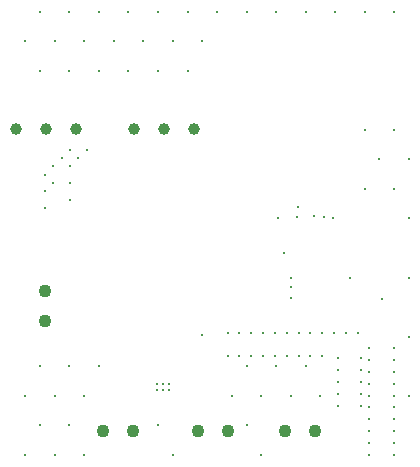
<source format=gbr>
%TF.GenerationSoftware,Altium Limited,Altium Designer,24.6.1 (21)*%
G04 Layer_Color=0*
%FSLAX45Y45*%
%MOMM*%
%TF.SameCoordinates,18E76ECD-83C5-444D-8C50-6D49F83D0F89*%
%TF.FilePolarity,Positive*%
%TF.FileFunction,Plated,1,4,PTH,Drill*%
%TF.Part,Single*%
G01*
G75*
%TA.AperFunction,ComponentDrill*%
%ADD89C,1.10000*%
%ADD90C,1.10000*%
%ADD91C,1.00000*%
%TA.AperFunction,ViaDrill,NotFilled*%
%ADD92C,0.20000*%
%ADD93C,0.30000*%
D89*
X620000Y-1710000D02*
D03*
X874000D02*
D03*
X-120000D02*
D03*
X134000D02*
D03*
X-920000D02*
D03*
X-666000D02*
D03*
D90*
X-1410000Y-780000D02*
D03*
Y-526000D02*
D03*
D91*
X-404000Y850000D02*
D03*
X-150000D02*
D03*
X-658000D02*
D03*
X-1404000D02*
D03*
X-1150000D02*
D03*
X-1658000D02*
D03*
D92*
X950000Y100000D02*
D03*
X870000Y110000D02*
D03*
X720000Y100000D02*
D03*
X560000Y90000D02*
D03*
X730000Y190000D02*
D03*
X1670000Y590001D02*
D03*
Y90001D02*
D03*
Y-409999D02*
D03*
Y-909999D02*
D03*
Y-1409999D02*
D03*
X1545000Y1840001D02*
D03*
Y840001D02*
D03*
X1420000Y590001D02*
D03*
X1545000Y340001D02*
D03*
X1295000Y1840001D02*
D03*
Y840001D02*
D03*
Y340001D02*
D03*
X1170000Y-409999D02*
D03*
X1045000Y1840001D02*
D03*
X920000Y-1409999D02*
D03*
X795000Y1840001D02*
D03*
X670000Y-409999D02*
D03*
X795000Y-1159999D02*
D03*
X670000Y-1409999D02*
D03*
X545000Y1840001D02*
D03*
Y-1159999D02*
D03*
X420000Y-1409999D02*
D03*
Y-1909999D02*
D03*
X295000Y1840001D02*
D03*
Y-1159999D02*
D03*
X170000Y-1409999D02*
D03*
X295000Y-1659999D02*
D03*
X45000Y1840001D02*
D03*
X-80000Y1590001D02*
D03*
X-205000Y1840001D02*
D03*
X-330000Y1590001D02*
D03*
X-205000Y1340001D02*
D03*
X-330000Y-1909999D02*
D03*
X-455000Y1840001D02*
D03*
X-580000Y1590001D02*
D03*
X-455000Y1340001D02*
D03*
Y-1659999D02*
D03*
X-705000Y1840001D02*
D03*
X-830000Y1590001D02*
D03*
X-705000Y1340001D02*
D03*
X-955000Y1840001D02*
D03*
X-1080000Y1590001D02*
D03*
X-955000Y1340001D02*
D03*
Y-1159999D02*
D03*
X-1080000Y-1409999D02*
D03*
Y-1909999D02*
D03*
X-1205000Y1840001D02*
D03*
X-1330000Y1590001D02*
D03*
X-1205000Y1340001D02*
D03*
Y-1159999D02*
D03*
X-1330000Y-1409999D02*
D03*
X-1205000Y-1659999D02*
D03*
X-1330000Y-1909999D02*
D03*
X-1455000Y1840001D02*
D03*
X-1580000Y1590001D02*
D03*
X-1455000Y1340001D02*
D03*
Y-1159999D02*
D03*
X-1580000Y-1409999D02*
D03*
X-1455000Y-1659999D02*
D03*
X-1580000Y-1909999D02*
D03*
X-465000Y-1360000D02*
D03*
X-415000D02*
D03*
X-365000D02*
D03*
X-365000Y-1310000D02*
D03*
X-415000D02*
D03*
X-465000D02*
D03*
X1330000Y-1110000D02*
D03*
Y-1210000D02*
D03*
Y-1310000D02*
D03*
Y-1410000D02*
D03*
Y-1510000D02*
D03*
Y-1610000D02*
D03*
Y-1710000D02*
D03*
Y-1810000D02*
D03*
Y-1910000D02*
D03*
Y-1010000D02*
D03*
X1260000Y-1495000D02*
D03*
Y-1395000D02*
D03*
Y-1295000D02*
D03*
Y-1195000D02*
D03*
Y-1095000D02*
D03*
X1235000Y-881674D02*
D03*
X1135000D02*
D03*
X1035000D02*
D03*
X935000D02*
D03*
X835000D02*
D03*
X735000D02*
D03*
X635000D02*
D03*
X535000D02*
D03*
X435000D02*
D03*
X335000D02*
D03*
X235000D02*
D03*
X134999D02*
D03*
X935000Y-1071674D02*
D03*
X835000D02*
D03*
X735000D02*
D03*
X635000D02*
D03*
X535000D02*
D03*
X435000D02*
D03*
X335000D02*
D03*
X235000D02*
D03*
X134999D02*
D03*
X1070000Y-1095000D02*
D03*
Y-1195000D02*
D03*
Y-1295000D02*
D03*
Y-1395000D02*
D03*
Y-1495000D02*
D03*
X1540000Y-1010000D02*
D03*
Y-1910000D02*
D03*
Y-1810000D02*
D03*
Y-1710000D02*
D03*
Y-1610000D02*
D03*
Y-1510000D02*
D03*
Y-1410000D02*
D03*
Y-1310000D02*
D03*
Y-1210000D02*
D03*
Y-1110000D02*
D03*
X670000Y-580000D02*
D03*
Y-490000D02*
D03*
D93*
X-82500Y-892500D02*
D03*
X-1199999Y250000D02*
D03*
X-1060000Y670000D02*
D03*
X-1130000Y600000D02*
D03*
X-1200000Y670000D02*
D03*
X-1410000Y180000D02*
D03*
X-1200000Y390000D02*
D03*
X-1270000Y600000D02*
D03*
X-1200000Y530000D02*
D03*
X-1340000D02*
D03*
X-1410000Y460000D02*
D03*
Y320000D02*
D03*
X-1340000Y390000D02*
D03*
X1030000Y90000D02*
D03*
X610000Y-200000D02*
D03*
X1440646Y-590592D02*
D03*
%TF.MD5,593372c4a4b06365cf5149b47613c15a*%
M02*

</source>
